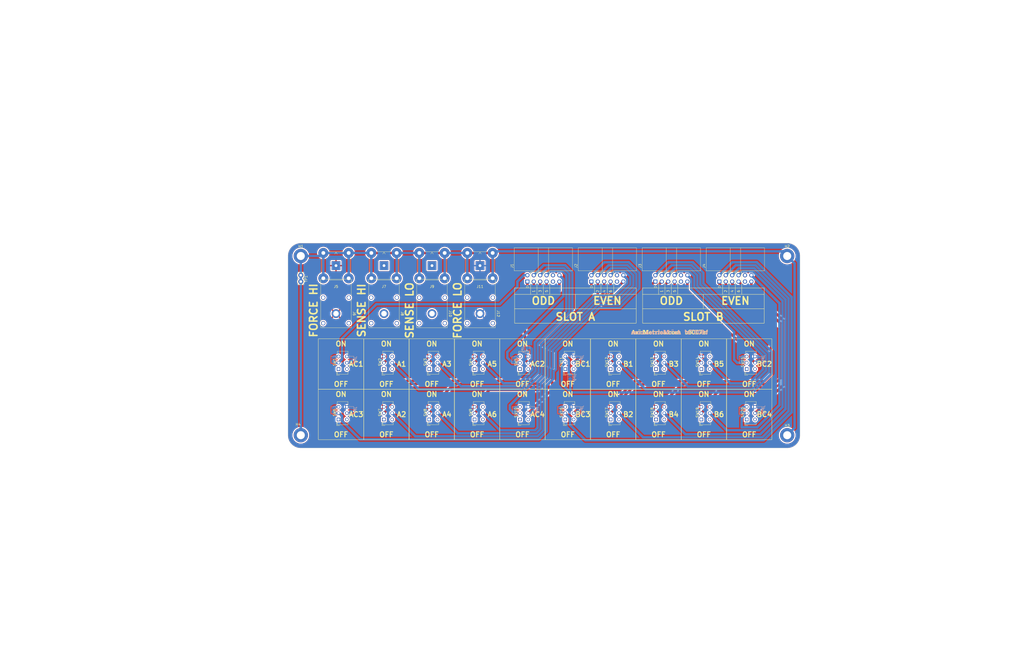
<source format=kicad_pcb>
(kicad_pcb (version 20221018) (generator pcbnew)
  (layers (0 "F.Cu" signal) (1 "In1.Cu" signal) (2 "In2.Cu" signal) (31 "B.Cu" signal) (34 "B.Paste" user) (35 "F.Paste" user) (36 "B.SilkS" user "B.Silkscreen") (37 "F.SilkS" user "F.Silkscreen") (38 "B.Mask" user) (39 "F.Mask" user) (44 "Edge.Cuts" user))
  (net 0 "")
  (net 1 "/A_I_OD_T")
  (net 2 "/A_V_OD_T")
  (net 3 "/A_I_1")
  (net 4 "/A_V_1")
  (net 5 "/A_I_3")
  (net 6 "/A_V_3")
  (net 7 "/A_I_5")
  (net 8 "/A_V_5")
  (net 11 "/A_I_OD_B")
  (net 12 "/A_V_OD_B")
  (net 13 "/A_I_EV_T")
  (net 14 "/A_V_EV_T")
  (net 15 "/A_I_2")
  (net 16 "/A_V_2")
  (net 17 "/A_I_4")
  (net 18 "/A_V_4")
  (net 19 "/A_I_6")
  (net 20 "/A_V_6")
  (net 23 "/A_I_EV_B")
  (net 24 "/A_V_EV_B")
  (net 25 "/B_I_EV_T")
  (net 26 "/B_V_EV_T")
  (net 27 "/B_I_2")
  (net 28 "/B_V_2")
  (net 29 "/B_I_4")
  (net 30 "/B_V_4")
  (net 31 "/B_I_6")
  (net 32 "/B_V_6")
  (net 35 "/B_I_EV_B")
  (net 36 "/B_V_EV_B")
  (net 37 "/B_I_OD_T")
  (net 38 "/B_V_OD_T")
  (net 39 "/B_I_1")
  (net 40 "/B_V_1")
  (net 41 "/B_I_3")
  (net 42 "/B_V_3")
  (net 43 "/B_I_5")
  (net 44 "/B_V_5")
  (net 47 "/B_I_OD_B")
  (net 48 "/B_V_OD_B")
  (net 49 "/FORCE_HI")
  (net 50 "Earth_Clean")
  (net 51 "/SENSE_HI")
  (net 52 "/SENSE_LO")
  (net 53 "/FORCE_LO")
  (footprint "Button_Switch_THT:SW_CuK_JS202011CQN_DPDT_Straight" (layer "F.Cu") (at 72.23 71.71 90)
    (fp_text reference "SW6")
    (fp_text value "SW_Push_DPDT")
  )
  (footprint "Button_Switch_THT:SW_CuK_JS202011CQN_DPDT_Straight" (layer "F.Cu") (at 198.23 71.71 90)
    (fp_text reference "SW18")
    (fp_text value "SW_Push_DPDT")
  )
  (footprint "Connector_IDC:IDC-Header_2x06_P2.54mm_Horizontal" (layer "F.Cu") (at 223.38 17 90)
    (fp_text reference "J4")
    (fp_text value "Conn_02x06_Odd_Even")
  )
  (footprint "MountingHole:MountingHole_3.2mm_M3_ISO7380_Pad" (layer "F.Cu") (at 57.26 6.84)
    (fp_text reference "H1")
    (fp_text value "MountingHole_Pad")
  )
  (footprint "Connector_Coaxial:BNC_TEConnectivity_1478035_Horizontal" (layer "F.Cu") (at 90.28 10.66)
    (fp_text reference "J7")
    (fp_text value "Conn_Coaxial")
  )
  (footprint "custom:Banana_Cliff_FCR7350x_S16N-PC_Horizontal" (layer "F.Cu") (at 109.33 29.71 -90)
    (fp_text reference "J10")
    (fp_text value "Conn_01x01_Socket")
  )
  (footprint "Button_Switch_THT:SW_CuK_JS202011CQN_DPDT_Straight" (layer "F.Cu") (at 108.23 71.71 90)
    (fp_text reference "SW8")
    (fp_text value "SW_Push_DPDT")
  )
  (footprint "Button_Switch_THT:SW_CuK_JS202011CQN_DPDT_Straight" (layer "F.Cu") (at 216.23 71.71 90)
    (fp_text reference "SW19")
    (fp_text value "SW_Push_DPDT")
  )
  (footprint "Button_Switch_THT:SW_CuK_JS202011CQN_DPDT_Straight" (layer "F.Cu") (at 144.23 51.71 90)
    (fp_text reference "SW5")
    (fp_text value "SW_Push_DPDT")
  )
  (footprint "Button_Switch_THT:SW_CuK_JS202011CQN_DPDT_Straight" (layer "F.Cu") (at 108.23 51.71 90)
    (fp_text reference "SW3")
    (fp_text value "SW_Push_DPDT")
  )
  (footprint "Button_Switch_THT:SW_CuK_JS202011CQN_DPDT_Straight" (layer "F.Cu") (at 72.23 51.71 90)
    (fp_text reference "SW1")
    (fp_text value "SW_Push_DPDT")
  )
  (footprint "custom:Banana_Cliff_FCR7350x_S16N-PC_Horizontal" (layer "F.Cu") (at 71.23 29.71 -90)
    (fp_text reference "J6")
    (fp_text value "Conn_01x01_Socket")
  )
  (footprint "Connector_IDC:IDC-Header_2x06_P2.54mm_Horizontal" (layer "F.Cu") (at 147.18 17 90)
    (fp_text reference "J1")
    (fp_text value "Conn_02x06_Odd_Even")
  )
  (footprint "Button_Switch_THT:SW_CuK_JS202011CQN_DPDT_Straight" (layer "F.Cu") (at 180.23 71.71 90)
    (fp_text reference "SW17")
    (fp_text value "SW_Push_DPDT")
  )
  (footprint "Button_Switch_THT:SW_CuK_JS202011CQN_DPDT_Straight" (layer "F.Cu") (at 162.23 71.71 90)
    (fp_text reference "SW16")
    (fp_text value "SW_Push_DPDT")
  )
  (footprint "TestPoint:TestPoint_Bridge_Pitch2.54mm_Drill1.0mm" (layer "F.Cu") (at 57.26 17 90)
    (fp_text reference "TP1")
    (fp_text value "TestPoint")
  )
  (footprint "Button_Switch_THT:SW_CuK_JS202011CQN_DPDT_Straight" (layer "F.Cu") (at 180.23 51.71 90)
    (fp_text reference "SW12")
    (fp_text value "SW_Push_DPDT")
  )
  (footprint "Button_Switch_THT:SW_CuK_JS202011CQN_DPDT_Straight" (layer "F.Cu") (at 90.23 71.71 90)
    (fp_text reference "SW7")
    (fp_text value "SW_Push_DPDT")
  )
  (footprint "MountingHole:MountingHole_3.2mm_M3_ISO7380_Pad" (layer "F.Cu") (at 57.26 77.96)
    (fp_text reference "H4")
    (fp_text value "MountingHole_Pad")
  )
  (footprint "Connector_Coaxial:BNC_TEConnectivity_1478035_Horizontal" (layer "F.Cu") (at 128.38 10.66)
    (fp_text reference "J11")
    (fp_text value "Conn_Coaxial")
  )
  (footprint "MountingHole:MountingHole_3.2mm_M3_ISO7380_Pad" (layer "F.Cu") (at 250.3 77.96)
    (fp_text reference "H3")
    (fp_text value "MountingHole_Pad")
  )
  (footprint "Button_Switch_THT:SW_CuK_JS202011CQN_DPDT_Straight" (layer "F.Cu") (at 234.23 71.71 90)
    (fp_text reference "SW20")
    (fp_text value "SW_Push_DPDT")
  )
  (footprint "Button_Switch_THT:SW_CuK_JS202011CQN_DPDT_Straight" (layer "F.Cu") (at 198.23 51.71 90)
    (fp_text reference "SW13")
    (fp_text value "SW_Push_DPDT")
  )
  (footprint "custom:site_small" (layer "F.Cu") (at 198.23 36.985)
    (fp_text reference "SYM1" hide)
    (fp_text value "Logo_Open_Hardware_Small" hide)
  )
  (footprint "Connector_IDC:IDC-Header_2x06_P2.54mm_Horizontal" (layer "F.Cu") (at 197.98 17 90)
    (fp_text reference "J3")
    (fp_text value "Conn_02x06_Odd_Even")
  )
  (footprint "custom:Banana_Cliff_FCR7350x_S16N-PC_Horizontal" (layer "F.Cu") (at 128.38 29.71 -90)
    (fp_text reference "J12")
    (fp_text value "Conn_01x01_Socket")
  )
  (footprint "Button_Switch_THT:SW_CuK_JS202011CQN_DPDT_Straight" (layer "F.Cu") (at 162.23 51.71 90)
    (fp_text reference "SW11")
    (fp_text value "SW_Push_DPDT")
  )
  (footprint "custom:Banana_Cliff_FCR7350x_S16N-PC_Horizontal" (layer "F.Cu") (at 90.28 29.71 -90)
    (fp_text reference "J8")
    (fp_text value "Conn_01x01_Socket")
  )
  (footprint "Button_Switch_THT:SW_CuK_JS202011CQN_DPDT_Straight" (layer "F.Cu") (at 216.23 51.71 90)
    (fp_text reference "SW14")
    (fp_text value "SW_Push_DPDT")
  )
  (footprint "Button_Switch_THT:SW_CuK_JS202011CQN_DPDT_Straight" (layer "F.Cu") (at 234.23 51.71 90)
    (fp_text reference "SW15")
    (fp_text value "SW_Push_DPDT")
  )
  (footprint "Button_Switch_THT:SW_CuK_JS202011CQN_DPDT_Straight" (layer "F.Cu") (at 90.23 51.71 90)
    (fp_text reference "SW2")
    (fp_text value "SW_Push_DPDT")
  )
  (footprint "MountingHole:MountingHole_3.2mm_M3_ISO7380_Pad" (layer "F.Cu") (at 250.3 6.84)
    (fp_text reference "H2")
    (fp_text value "MountingHole_Pad")
  )
  (footprint "Button_Switch_THT:SW_CuK_JS202011CQN_DPDT_Straight" (layer "F.Cu") (at 144.23 71.71 90)
    (fp_text reference "SW10")
    (fp_text value "SW_Push_DPDT")
  )
  (footprint "Connector_IDC:IDC-Header_2x06_P2.54mm_Horizontal" (layer "F.Cu") (at 172.58 17 90)
    (fp_text reference "J2")
    (fp_text value "Conn_02x06_Odd_Even")
  )
  (footprint "Connector_Coaxial:BNC_TEConnectivity_1478035_Horizontal" (layer "F.Cu") (at 71.23 10.66)
    (fp_text reference "J5")
    (fp_text value "Conn_Coaxial")
  )
  (footprint "Connector_Coaxial:BNC_TEConnectivity_1478035_Horizontal" (layer "F.Cu") (at 109.33 10.66)
    (fp_text reference "J9")
    (fp_text value "Conn_Coaxial")
  )
  (footprint "Button_Switch_THT:SW_CuK_JS202011CQN_DPDT_Straight" (layer "F.Cu") (at 126.23 51.71 90)
    (fp_text reference "SW4")
    (fp_text value "SW_Push_DPDT")
  )
  (footprint "Button_Switch_THT:SW_CuK_JS202011CQN_DPDT_Straight" (layer "F.Cu") (at 126.23 71.71 90)
    (fp_text reference "SW9")
    (fp_text value "SW_Push_DPDT")
  )
  (footprint "Jumper:SolderJumper-2_P1.3mm_Open_TrianglePad1.0x1.5mm" (layer "B.Cu") (at 167.23 67.985 90)
    (fp_text reference "JP15")
    (fp_text value "SolderJumper_2_Open")
  )
  (footprint "Jumper:SolderJumper-2_P1.3mm_Open_TrianglePad1.0x1.5mm" (layer "B.Cu") (at 142.23 67.985 90)
    (fp_text reference "JP6")
    (fp_text value "SolderJumper_2_Open")
  )
  (footprint "Jumper:SolderJumper-2_P1.3mm_Open_TrianglePad1.0x1.5mm" (layer "B.Cu") (at 164.23 54.985 90)
    (fp_text reference "JP9")
    (fp_text value "SolderJumper_2_Open")
  )
  (footprint "Jumper:SolderJumper-2_P1.3mm_Open_TrianglePad1.0x1.5mm" (layer "B.Cu") (at 147.23 43.985 -90)
    (fp_text reference "JP4")
    (fp_text value "SolderJumper_2_Open")
  )
  (footprint "Jumper:SolderJumper-2_P1.3mm_Open_TrianglePad1.0x1.5mm" (layer "B.Cu") (at 141.955 48.26 90)
    (fp_text reference "JP2")
    (fp_text value "SolderJumper_2_Open")
  )
  (footprint "Jumper:SolderJumper-2_P1.3mm_Open_TrianglePad1.0x1.5mm" (layer "B.Cu") (at 70.23 67.985 90)
    (fp_text reference "JP5")
    (fp_text value "SolderJumper_2_Open")
  )
  (footprint "Jumper:SolderJumper-2_P1.3mm_Open_TrianglePad1.0x1.5mm" (layer "B.Cu") (at 232.23 68.26 90)
    (fp_text reference "JP14")
    (fp_text value "SolderJumper_2_Open")
  )
  (footprint "Jumper:SolderJumper-2_P1.3mm_Open_TrianglePad1.0x1.5mm" (layer "B.Cu") (at 149.23 67.985 90)
    (fp_text reference "JP8")
    (fp_text value "SolderJumper_2_Open")
  )
  (footprint "custom:site_small" (layer "B.Cu") (at 198.23 36.985 180)
    (fp_text reference "SYM2" hide)
    (fp_text value "Logo_Open_Hardware_Small" hide)
  )
  (footprint "Jumper:SolderJumper-2_P1.3mm_Open_TrianglePad1.0x1.5mm" (layer "B.Cu") (at 232.23 47.985 90)
    (fp_text reference "JP10")
    (fp_text value "SolderJumper_2_Open")
  )
  (footprint "Jumper:SolderJumper-2_P1.3mm_Open_TrianglePad1.0x1.5mm" (layer "B.Cu") (at 239.23 67.985 90)
    (fp_text reference "JP16")
    (fp_text value "SolderJumper_2_Open")
  )
  (footprint "Jumper:SolderJumper-2_P1.3mm_Open_TrianglePad1.0x1.5mm" (layer "B.Cu") (at 167.23 47.985 90)
    (fp_text reference "JP11")
    (fp_text value "SolderJumper_2_Open")
  )
  (footprint "Jumper:SolderJumper-2_P1.3mm_Open_TrianglePad1.0x1.5mm" (layer "B.Cu") (at 239.23 47.985 90)
    (fp_text reference "JP12")
    (fp_text value "SolderJumper_2_Open")
  )
  (footprint "Jumper:SolderJumper-2_P1.3mm_Open_TrianglePad1.0x1.5mm" (layer "B.Cu") (at 77.23 67.985 90)
    (fp_text reference "JP7")
    (fp_text value "SolderJumper_2_Open")
  )
  (footprint "Jumper:SolderJumper-2_P1.3mm_Open_TrianglePad1.0x1.5mm" (layer "B.Cu") (at 70.23 47.985 90)
    (fp_text reference "JP1")
    (fp_text value "SolderJumper_2_Open")
  )
  (footprint "Jumper:SolderJumper-2_P1.3mm_Open_TrianglePad1.0x1.5mm" (layer "B.Cu") (at 77.23 47.985 90)
    (fp_text reference "JP3")
    (fp_text value "SolderJumper_2_Open")
  )
  (footprint "Jumper:SolderJumper-2_P1.3mm_Open_TrianglePad1.0x1.5mm" (layer "B.Cu") (at 160.23 67.985 90)
    (fp_text reference "JP13")
    (fp_text value "SolderJumper_2_Open")
  )
  (gr_line (start 232.27 13.19) (end 232.27 22.08) (stroke (width 0.15)) (layer "F.SilkS"))
  (gr_line (start 181.47 13.19) (end 181.47 22.08) (stroke (width 0.15)) (layer "F.SilkS"))
  (gr_rect (start 190.23 59.71) (end 208.23 79.71) (stroke (width 0.15)) (fill none) (layer "F.SilkS"))
  (gr_line (start 192.9 19.54) (end 241.16 19.54) (stroke (width 0.15)) (layer "F.SilkS"))
  (gr_rect (start 208.23 39.71) (end 226.23 59.71) (stroke (width 0.15)) (fill none) (layer "F.SilkS"))
  (gr_line (start 204.33 22.08) (end 204.33 13.19) (stroke (width 0.15)) (layer "F.SilkS"))
  (gr_rect (start 100.23 59.71) (end 118.23 79.71) (stroke (width 0.15)) (fill none) (layer "F.SilkS"))
  (gr_line (start 156.07 13.19) (end 153.53 13.19) (stroke (width 0.15)) (layer "F.SilkS"))
  (gr_line (start 148.45 22.08) (end 148.45 13.19) (stroke (width 0.15)) (layer "F.SilkS"))
  (gr_line (start 150.99 13.19) (end 153.53 13.19) (stroke (width 0.15)) (layer "F.SilkS"))
  (gr_rect (start 118.23 39.71) (end 136.23 59.71) (stroke (width 0.15)) (fill none) (layer "F.SilkS"))
  (gr_line (start 166.23 22.08) (end 166.23 27.795) (stroke (width 0.15)) (layer "F.SilkS"))
  (gr_rect (start 64.23 59.71) (end 82.23 79.71) (stroke (width 0.15)) (fill none) (layer "F.SilkS"))
  (gr_rect (start 154.23 39.71) (end 172.23 59.71) (stroke (width 0.15)) (fill none) (layer "F.SilkS"))
  (gr_line (start 241.16 19.54) (end 241.16 22.08) (stroke (width 0.15)) (layer "F.SilkS"))
  (gr_line (start 153.53 22.08) (end 153.53 13.19) (stroke (width 0.15)) (layer "F.SilkS"))
  (gr_rect (start 192.9 22.08) (end 241.16 33.51) (stroke (width 0.15)) (fill none) (layer "F.SilkS"))
  (gr_line (start 173.85 22.08) (end 173.85 13.19) (stroke (width 0.15)) (layer "F.SilkS"))
  (gr_rect (start 208.23 59.71) (end 226.23 79.71) (stroke (width 0.15)) (fill none) (layer "F.SilkS"))
  (gr_line (start 229.73 13.19) (end 229.73 22.08) (stroke (width 0.15)) (layer "F.SilkS"))
  (gr_rect (start 136.23 39.71) (end 154.23 59.71) (stroke (width 0.15)) (fill none) (layer "F.SilkS"))
  (gr_line (start 192.9 22.08) (end 192.9 19.54) (stroke (width 0.15)) (layer "F.SilkS"))
  (gr_line (start 176.39 13.19) (end 176.39 22.08) (stroke (width 0.15)) (layer "F.SilkS"))
  (gr_line (start 206.87 22.08) (end 206.87 13.19) (stroke (width 0.15)) (layer "F.SilkS"))
  (gr_rect (start 82.23 39.71) (end 100.23 59.71) (stroke (width 0.15)) (fill none) (layer "F.SilkS"))
  (gr_line (start 201.79 13.19) (end 204.33 13.19) (stroke (width 0.15)) (layer "F.SilkS"))
  (gr_line (start 199.25 13.19) (end 201.79 13.19) (stroke (width 0.15)) (layer "F.SilkS"))
  (gr_rect (start 136.23 59.71) (end 154.23 79.71) (stroke (width 0.15)) (fill none) (layer "F.SilkS"))
  (gr_line (start 227.19 13.19) (end 227.19 22.08) (stroke (width 0.15)) (layer "F.SilkS"))
  (gr_rect (start 226.23 39.71) (end 244.23 59.71) (stroke (width 0.15)) (fill none) (layer "F.SilkS"))
  (gr_line (start 227.19 13.19) (end 229.73 13.19) (stroke (width 0.15)) (layer "F.SilkS"))
  (gr_line (start 173.85 13.19) (end 176.39 13.19) (stroke (width 0.15)) (layer "F.SilkS"))
  (gr_rect (start 142.1 22.08) (end 190.36 33.51) (stroke (width 0.15)) (fill none) (layer "F.SilkS"))
  (gr_rect (start 172.23 59.71) (end 190.23 79.71) (stroke (width 0.15)) (fill none) (layer "F.SilkS"))
  (gr_line (start 150.99 13.19) (end 148.45 13.19) (stroke (width 0.15)) (layer "F.SilkS"))
  (gr_line (start 199.25 22.08) (end 199.25 13.19) (stroke (width 0.15)) (layer "F.SilkS"))
  (gr_line (start 232.27 13.19) (end 229.73 13.19) (stroke (width 0.15)) (layer "F.SilkS"))
  (gr_rect (start 64.23 39.71) (end 82.23 59.71) (stroke (width 0.15)) (fill none) (layer "F.SilkS"))
  (gr_rect (start 100.23 39.71) (end 118.23 59.71) (stroke (width 0.15)) (fill none) (layer "F.SilkS"))
  (gr_line (start 241.16 27.795) (end 192.9 27.795) (stroke (width 0.15)) (layer "F.SilkS"))
  (gr_line (start 190.36 27.795) (end 142.1 27.795) (stroke (width 0.15)) (layer "F.SilkS"))
  (gr_line (start 224.65 13.19) (end 227.19 13.19) (stroke (width 0.15)) (layer "F.SilkS"))
  (gr_rect (start 190.23 39.71) (end 208.23 59.71) (stroke (width 0.15)) (fill none) (layer "F.SilkS"))
  (gr_line (start 224.65 22.08) (end 224.65 13.19) (stroke (width 0.15)) (layer "F.SilkS"))
  (gr_line (start 176.39 13.19) (end 178.93 13.19) (stroke (width 0.15)) (layer "F.SilkS"))
  (gr_line (start 201.79 22.08) (end 201.79 13.19) (stroke (width 0.15)) (layer "F.SilkS"))
  (gr_line (start 142.1 22.08) (end 142.1 19.54) (stroke (width 0.15)) (layer "F.SilkS"))
  (gr_rect (start 226.23 59.71) (end 244.23 79.71) (stroke (width 0.15)) (fill none) (layer "F.SilkS"))
  (gr_line (start 190.36 19.54) (end 190.36 22.08) (stroke (width 0.15)) (layer "F.SilkS"))
  (gr_line (start 150.99 22.08) (end 150.99 13.19) (stroke (width 0.15)) (layer "F.SilkS"))
  (gr_rect (start 154.23 59.71) (end 172.23 79.71) (stroke (width 0.15)) (fill none) (layer "F.SilkS"))
  (gr_line (start 142.1 19.54) (end 190.36 19.54) (stroke (width 0.15)) (layer "F.SilkS"))
  (gr_rect (start 82.23 59.71) (end 100.23 79.71) (stroke (width 0.15)) (fill none) (layer "F.SilkS"))
  (gr_line (start 178.93 13.19) (end 178.93 22.08) (stroke (width 0.15)) (layer "F.SilkS"))
  (gr_line (start 217.03 22.08) (end 217.03 27.795) (stroke (width 0.15)) (layer "F.SilkS"))
  (gr_rect (start 172.23 39.71) (end 190.23 59.71) (stroke (width 0.15)) (fill none) (layer "F.SilkS"))
  (gr_line (start 156.07 22.08) (end 156.07 13.19) (stroke (width 0.15)) (layer "F.SilkS"))
  (gr_line (start 206.87 13.19) (end 204.33 13.19) (stroke (width 0.15)) (layer "F.SilkS"))
  (gr_rect (start 118.23 59.71) (end 136.23 79.71) (stroke (width 0.15)) (fill none) (layer "F.SilkS"))
  (gr_line (start 178.93 13.19) (end 181.47 13.19) (stroke (width 0.15)) (layer "F.SilkS"))
  (gr_line (start 255.38 6.84) (end 255.380002 77.960002) (stroke (width 0.1)) (layer "Edge.Cuts"))
  (gr_line (start 57.26 1.76) (end 250.3 1.76) (stroke (width 0.1)) (layer "Edge.Cuts"))
  (gr_line (start 52.179998 77.960002) (end 52.18 6.84) (stroke (width 0.1)) (layer "Edge.Cuts"))
  (gr_line (start 250.300002 83.040002) (end 57.259998 83.040002) (stroke (width 0.1)) (layer "Edge.Cuts"))
  (gr_arc (start 57.259998 83.040002) (mid 53.667896 81.552104) (end 52.179998 77.960002) (stroke (width 0.1)) (layer "Edge.Cuts"))
  (gr_arc (start 255.380002 77.960002) (mid 253.892104 81.552104) (end 250.300002 83.040002) (stroke (width 0.1)) (layer "Edge.Cuts"))
  (gr_arc (start 250.3 1.76) (mid 253.892102 3.247898) (end 255.38 6.84) (stroke (width 0.1)) (layer "Edge.Cuts"))
  (gr_arc (start 52.179998 6.839998) (mid 53.667896 3.247896) (end 57.259998 1.759998) (stroke (width 0.1)) (layer "Edge.Cuts"))
  (gr_text "b8007ef" (at 214.23 37.985) (layer "B.SilkS") (effects (font (size 1.5 1.5) (thickness 0.3) bold) (justify bottom mirror)))
  (gr_text "2" (at 225.92 20.81 90) (layer "F.SilkS") (effects (font (size 1 1))))
  (gr_text "OFF" (at 217.23 57.71) (layer "F.SilkS") (effects (font (size 2 2) (thickness 0.4) bold)))
  (gr_text "ON" (at 109.23 61.71) (layer "F.SilkS") (effects (font (size 2 2) (thickness 0.4) bold)))
  (gr_text "5" (at 154.8 20.81 90) (layer "F.SilkS") (effects (font (size 1 1))))
  (gr_text "ON" (at 73.23 41.71) (layer "F.SilkS") (effects (font (size 2 2) (thickness 0.4) bold)))
  (gr_text "BC3" (at 169.23 69.71) (layer "F.SilkS") (effects (font (size 2 2) (thickness 0.4) bold)))
  (gr_text "BC2" (at 241.23 49.71) (layer "F.SilkS") (effects (font (size 2 2) (thickness 0.4) bold)))
  (gr_text "OFF" (at 181.23 77.71) (layer "F.SilkS") (effects (font (size 2 2) (thickness 0.4) bold)))
  (gr_text "SLOT B" (at 217.03 30.97) (layer "F.SilkS") (effects (font (size 3 3) (thickness 0.6) bold)))
  (gr_text "ON" (at 235.23 61.71) (layer "F.SilkS") (effects (font (size 2 2) (thickness 0.4) bold)))
  (gr_text "OFF" (at 145.23 77.71) (layer "F.SilkS") (effects (font (size 2 2) (thickness 0.4) bold)))
  (gr_text "5" (at 205.6 20.81 90) (layer "F.SilkS") (effects (font (size 1 1))))
  (gr_text "ON" (at 163.23 41.71) (layer "F.SilkS") (effects (font (size 2 2) (thickness 0.4) bold)))
  (gr_text "OFF" (at 127.23 77.71) (layer "F.SilkS") (effects (font (size 2 2) (thickness 0.4) bold)))
  (gr_text "ON" (at 145.23 41.71) (layer "F.SilkS") (effects (font (size 2 2) (thickness 0.4) bold)))
  (gr_text "OFF" (at 199.23 77.71) (layer "F.SilkS") (effects (font (size 2 2) (thickness 0.4) bold)))
  (gr_text "4" (at 177.66 20.81 90) (layer "F.SilkS") (effects (font (size 1 1))))
  (gr_text "A5" (at 133.23 49.71) (layer "F.SilkS") (effects (font (size 2 2) (thickness 0.4) bold)))
  (gr_text "3" (at 152.26 20.81 90) (layer "F.SilkS") (effects (font (size 1 1))))
  (gr_text "ON" (at 181.23 61.71) (layer "F.SilkS") (effects (font (size 2 2) (thickness 0.4) bold)))
  (gr_text "B3" (at 205.23 49.71) (layer "F.SilkS") (effects (font (size 2 2) (thickness 0.4) bold)))
  (gr_text "BC1" (at 169.23 49.71) (layer "F.SilkS") (effects (font (size 2 2) (thickness 0.4) bold)))
  (gr_text "1" (at 200.52 20.81 90) (layer "F.SilkS") (effects (font (size 1 1))))
  (gr_text "B5" (at 223.23 49.71) (layer "F.SilkS") (effects (font (size 2 2) (thickness 0.4) bold)))
  (gr_text "OFF" (at 109.23 77.71) (layer "F.SilkS") (effects (font (size 2 2) (thickness 0.4) bold)))
  (gr_text "ON" (at 199.23 41.71) (layer "F.SilkS") (effects (font (size 2 2) (thickness 0.4) bold)))
  (gr_text "OFF" (at 235.23 77.71) (layer "F.SilkS") (effects (font (size 2 2) (thickness 0.4) bold)))
  (gr_text "AC4" (at 151.23 69.71) (layer "F.SilkS") (effects (font (size 2 2) (thickness 0.4) bold)))
  (gr_text "ON" (at 73.23 61.71) (layer "F.SilkS") (effects (font (size 2 2) (thickness 0.4) bold)))
  (gr_text "ON" (at 91.23 41.71) (layer "F.SilkS") (effects (font (size 2 2) (thickness 0.4) bold)))
  (gr_text "BC4" (at 241.23 69.71) (layer "F.SilkS") (effects (font (size 2 2) (thickness 0.4) bold)))
  (gr_text "ON" (at 217.23 41.71) (layer "F.SilkS") (effects (font (size 2 2) (thickness 0.4) bold)))
  (gr_text "OFF" (at 181.23 57.71) (layer "F.SilkS") (effects (font (size 2 2) (thickness 0.4) bold)))
  (gr_text "ON" (at 235.23 41.71) (layer "F.SilkS") (effects (font (size 2 2) (thickness 0.4) bold)))
  (gr_text "OFF" (at 163.23 57.71) (layer "F.SilkS") (effects (font (size 2 2) (thickness 0.4) bold)))
  (gr_text "ODD" (at 153.53 24.62) (layer "F.SilkS") (effects (font (size 3 3) (thickness 0.6) bold)))
  (gr_text "OFF" (at 109.23 57.71) (layer "F.SilkS") (effects (font (size 2 2) (thickness 0.4) bold)))
  (gr_text "ON" (at 127.23 61.71) (layer "F.SilkS") (effects (font (size 2 2) (thickness 0.4) bold)))
  (gr_text "OFF" (at 91.23 57.71) (layer "F.SilkS") (effects (font (size 2 2) (thickness 0.4) bold)))
  (gr_text "SENSE LO" (at 100.44 28.44 90) (layer "F.SilkS") (effects (font (size 3 3) (thickness 0.6) bold)))
  (gr_text "b8007ef" (at 214.23 37.985) (layer "F.SilkS") (effects (font (size 1.5 1.5) (thickness 0.3) bold) (justify bottom)))
  (gr_text "SLOT A" (at 166.23 30.97) (layer "F.SilkS") (effects (font (size 3 3) (thickness 0.6) bold)))
  (gr_text "OFF" (at 235.23 57.71) (layer "F.SilkS") (effects (font (size 2 2) (thickness 0.4) bold)))
  (gr_text "OFF" (at 73.23 57.71) (layer "F.SilkS") (effects (font (size 2 2) (thickness 0.4) bold)))
  (gr_text "1" (at 149.72 20.81 90) (layer "F.SilkS") (effects (font (size 1 1))))
  (gr_text "OFF" (at 127.23 57.71) (layer "F.SilkS") (effects (font (size 2 2) (thickness 0.4) bold)))
  (gr_text "FORCE LO" (at 119.49 28.44 90) (layer "F.SilkS") (effects (font (size 3 3) (thickness 0.6) bold)))
  (gr_text "SENSE HI" (at 81.39 28.44 90) (layer "F.SilkS") (effects (font (size 3 3) (thickness 0.6) bold)))
  (gr_text "ODD" (at 204.33 24.62) (layer "F.SilkS") (effects (font (size 3 3) (thickness 0.6) bold)))
  (gr_text "A3" (at 115.23 49.71) (layer "F.SilkS") (effects (font (size 2 2) (thickness 0.4) bold)))
  (gr_text "A6" (at 133.23 69.71) (layer "F.SilkS") (effects (font (size 2 2) (thickness 0.4) bold)))
  (gr_text "OFF" (at 163.23 77.71) (layer "F.SilkS") (effects (font (size 2 2) (thickness 0.4) bold)))
  (gr_text "A2" (at 97.23 69.71) (layer "F.SilkS") (effects (font (size 2 2) (thickness 0.4) bold)))
  (gr_text "A1" (at 97.23 49.71) (layer "F.SilkS") (effects (font (size 2 2) (thickness 0.4) bold)))
  (gr_text "B1" (at 187.23 49.71) (layer "F.SilkS") (effects (font (size 2 2) (thickness 0.4) bold)))
  (gr_text "AC3" (at 79.23 69.71) (layer "F.SilkS") (effects (font (size 2 2) (thickness 0.4) bold)))
  (gr_text "ON" (at 91.23 61.71) (layer "F.SilkS") (effects (font (size 2 2) (thickness 0.4) bold)))
  (gr_text "EVEN" (at 229.73 24.62) (layer "F.SilkS") (effects (font (size 3 3) (thickness 0.6) bold)))
  (gr_text "EVEN" (at 178.93 24.62) (layer "F.SilkS") (effects (font (size 3 3) (thickness 0.6) bold)))
  (gr_text "ON" (at 145.23 61.71) (layer "F.SilkS") (effects (font (size 2 2) (thickness 0.4) bold)))
  (gr_text "B4" (at 205.23 69.71) (layer "F.SilkS") (effects (font (size 2 2) (thickness 0.4) bold)))
  (gr_text "6" (at 231 20.81 90) (layer "F.SilkS") (effects (font (size 1 1))))
  (gr_text "OFF" (at 217.23 77.71) (layer "F.SilkS") (effects (font (size 2 2) (thickness 0.4) bold)))
  (gr_text "ON" (at 199.23 61.71) (layer "F.SilkS") (effects (font (size 2 2) (thickness 0.4) bold)))
  (gr_text "ON" (at 109.23 41.71) (layer "F.SilkS") (effects (font (size 2 2) (thickness 0.4) bold)))
  (gr_text "OFF" (at 199.23 57.71) (layer "F.SilkS") (effects (font (size 2 2) (thickness 0.4) bold)))
  (gr_text "ON" (at 181.23 41.71) (layer "F.SilkS") (effects (font (size 2 2) (thickness 0.4) bold)))
  (gr_text "6" (at 180.2 20.81 90) (layer "F.SilkS") (effects (font (size 1 1))))
  (gr_text "AC2" (at 151.23 49.71) (layer "F.SilkS") (effects (font (size 2 2) (thickness 0.4) bold)))
  (gr_text "A4" (at 115.23 69.71) (layer "F.SilkS") (effects (font (size 2 2) (thickness 0.4) bold)))
  (gr_text "OFF" (at 73.23 77.71) (layer "F.SilkS") (effects (font (size 2 2) (thickness 0.4) bold)))
  (gr_text "B2" (at 187.23 69.71) (layer "F.SilkS") (effects (font (size 2 2) (thickness 0.4) bold)))
  (gr_text "OFF" (at 91.23 77.71) (layer "F.SilkS") (effects (font (size 2 2) (thickness 0.4) bold)))
  (gr_text "B6" (at 223.23 69.71) (layer "F.SilkS") (effects (font (size 2 2) (thickness 0.4) bold)))
  (gr_text "3" (at 203.06 20.81 90) (layer "F.SilkS") (effects (font (size 1 1))))
  (gr_text "ON" (at 127.23 41.71) (layer "F.SilkS") (effects (font (size 2 2) (thickness 0.4) bold)))
  (gr_text "AC1" (at 79.23 49.71) (layer "F.SilkS") (effects (font (size 2 2) (thickness 0.4) bold)))
  (gr_text "FORCE HI" (at 62.34 28.44 90) (layer "F.SilkS") (effects (font (size 3 3) (thickness 0.6) bold)))
  (gr_text "4" (at 228.46 20.81 90) (layer "F.SilkS") (effects (font (size 1 1))))
  (gr_text "ON" (at 217.23 61.71) (layer "F.SilkS") (effects (font (size 2 2) (thickness 0.4) bold)))
  (gr_text "2" (at 175.12 20.81 90) (layer "F.SilkS") (effects (font (size 1 1))))
  (gr_text "OFF" (at 145.23 57.71) (layer "F.SilkS") (effects (font (size 2 2) (thickness 0.4) bold)))
  (gr_text "ON" (at 163.23 61.71) (layer "F.SilkS") (effects (font (size 2 2) (thickness 0.4) bold)))
  (segment (start 87.63 39.585) (end 133.900888 39.585) (width 1) (layer "F.Cu") (net 1))
  (segment (start 147.18 26.305888) (end 147.18 17) (width 1) (layer "F.Cu") (net 1))
  (segment (start 133.900888 39.585) (end 147.18 26.305888) (width 1) (layer "F.Cu") (net 1))
  (segment (start 78.005 49.21) (end 87.63 39.585) (width 1) (layer "F.Cu") (net 1))
  (segment (start 75.53 49.21) (end 78.005 49.21) (width 1) (layer "F.Cu") (net 1))
  (segment (start 75.53 49.21) (end 76.73 49.21) (width 1) (layer "B.Cu") (net 1))
  (segment (start 76.73 49.21) (end 77.23 48.71) (width 1) (layer "B.Cu") (net 1))
  (segment (start 73.63 39.585) (end 73.63 47.81) (width 1) (layer "B.Cu") (net 2))
  (segment (start 87.23 25.985) (end 73.63 39.585) (width 1) (layer "B.Cu") (net 2))
  (segment (start 136.23 25.985) (end 87.23 25.985) (width 1) (layer "B.Cu") (net 2))
  (segment (start 73.63 47.81) (end 72.23 49.21) (width 1) (layer "B.Cu") (net 2))
  (segment (start 147.18 14.46) (end 145.755 14.46) (width 1) (layer "B.Cu") (net 2))
  (segment (start 70.73 49.21) (end 70.23 48.71) (width 1) (layer "B.Cu") (net 2))
  (segment (start 143.23 16.985) (end 143.23 18.985) (width 1) (layer "B.Cu") (net 2))
  (segment (start 143.23 18.985) (end 136.23 25.985) (width 1) (layer "B.Cu") (net 2))
  (segment (start 72.23 49.21) (end 70.73 49.21) (width 1) (layer "B.Cu") (net 2))
  (segment (start 145.755 14.46) (end 143.23 16.985) (width 1) (layer "B.Cu") (net 2))
  (segment (start 149.72 17) (end 149.72 25.462944) (width 1) (layer "F.Cu") (net 3))
  (segment (start 134.397944 40.785) (end 92.915 40.785) (width 1) (layer "F.Cu") (net 3))
  (segment (start 91.63 47.81) (end 90.23 49.21) (width 1) (layer "F.Cu") (net 3))
  (segment (start 92.915 40.785) (end 91.63 42.07) (width 1) (layer "F.Cu") (net 3))
  (segment (start 91.63 42.07) (end 91.63 47.81) (width 1) (layer "F.Cu") (net 3))
  (segment (start 149.72 25.462944) (end 134.397944 40.785) (width 1) (layer "F.Cu") (net 3))
  (segment (start 153.67 10.51) (end 162.149112 10.51) (width 1) (layer "B.Cu") (net 4))
  (segment (start 151.63 50.201168) (end 151.63 52.984011) (width 1) (layer "B.Cu") (net 4))
  (segment (start 152.53 42.079112) (end 152.53 49.301168) (width 1) (layer "B.Cu") (net 4))
  (segment (start 165.03 13.390888) (end 165.03 29.579112) (width 1) (layer "B.Cu") (net 4))
  (segment (start 152.53 49.301168) (end 151.63 50.201168) (width 1) (layer "B.Cu") (net 4))
  (segment (start 165.03 29.579112) (end 152.53 42.079112) (width 1) (layer "B.Cu") (net 4))
  (segment (start 149.72 14.46) (end 153.67 10.51) (width 1) (layer "B.Cu") (net 4))
  (segment (start 104.105 59.785) (end 93.53 49.21) (width 1) (layer "B.Cu") (net 4))
  (segment (start 162.149112 10.51) (end 165.03 13.390888) (width 1) (layer "B.Cu") (net 4))
  (segment (start 144.829011 59.785) (end 104.105 59.785) (width 1) (layer "B.Cu") (net 4))
  (segment (start 151.63 52.984011) (end 144.829011 59.785) (width 1) (layer "B.Cu") (net 4))
  (segment (start 109.63 47.81) (end 108.23 49.21) (width 1) (layer "F.Cu") (net 5))
  (segment (start 114.275101 41.985) (end 109.63 46.630101) (width 1) (layer "F.Cu") (net 5))
  (segment (start 109.63 46.630101) (end 109.63 47.81) (width 1) (layer "F.Cu") (net 5))
  (segment (start 152.26 17) (end 152.26 24.62) (width 1) (layer "F.Cu") (net 5))
  (segment (start 134.895 41.985) (end 114.275101 41.985) (width 1) (layer "F.Cu") (net 5))
  (segment (start 152.26 24.62) (end 134.895 41.985) (width 1) (layer "F.Cu") (net 5))
  (segment (start 163.83 29.082056) (end 151.33 41.582056) (width 1) (layer "B.Cu") (net 6))
  (segment (start 120.905 58.585) (end 111.53 49.21) (width 1) (layer "B.Cu") (net 6))
  (segment (start 163.83 13.887944) (end 163.83 29.082056) (width 1) (layer "B.Cu") (net 6))
  (segment (start 161.652056 11.71) (end 163.83 13.887944) (width 1) (layer "B.Cu") (net 6))
  (segment (start 151.33 41.582056) (end 151.33 48.804112) (width 1) (layer "B.Cu") (net 6))
  (segment (start 144.331955 58.585) (end 120.905 58.585) (width 1) (layer "B.Cu") (net 6))
  (segment (start 151.33 48.804112) (end 150.43 49.704112) (width 1) (layer "B.Cu") (net 6))
  (segment (start 155.01 11.71) (end 161.652056 11.71) (width 1) (layer "B.Cu") (net 6))
  (segment (start 150.43 49.704112) (end 150.43 52.486955) (width 1) (layer "B.Cu") (net 6))
  (segment (start 150.43 52.486955) (end 144.331955 58.585) (width 1) (layer "B.Cu") (net 6))
  (segment (start 152.26 14.46) (end 155.01 11.71) (width 1) (layer "B.Cu") (net 6))
  (segment (start 154.8 23.777056) (end 133.637056 44.94) (width 1) (layer "F.Cu") (net 7))
  (segment (start 154.8 17) (end 154.8 23.777056) (width 1) (layer "F.Cu") (net 7))
  (segment (start 133.637056 44.94) (end 129.320101 44.94) (width 1) (layer "F.Cu") (net 7))
  (segment (start 127.63 47.81) (end 126.23 49.21) (width 1) (layer "F.Cu") (net 7))
  (segment (start 129.320101 44.94) (end 127.63 46.630101) (width 1) (layer "F.Cu") (net 7))
  (segment (start 127.63 46.630101) (end 127.63 47.81) (width 1) (layer "F.Cu") (net 7))
  (segment (start 137.705 57.385) (end 129.53 49.21) (width 1) (layer "B.Cu") (net 8))
  (segment (start 161.155 12.91) (end 162.63 14.385) (width 1) (layer "B.Cu") (net 8))
  (segment (start 156.35 12.91) (end 161.155 12.91) (width 1) (layer "B.Cu") (net 8))
  (segment (start 162.63 14.385) (end 162.63 28.585) (width 1) (layer "B.Cu") (net 8))
  (segment (start 149.23 51.989899) (end 143.834899 57.385) (width 1) (layer "B.Cu") (net 8))
  (segment (start 150.13 41.085) (end 150.13 48.307056) (width 1) (layer "B.Cu") (net 8))
  (segment (start 162.63 28.585) (end 150.13 41.085) (width 1) (layer "B.Cu") (net 8))
  (segment (start 154.8 14.46) (end 156.35 12.91) (width 1) (layer "B.Cu") (net 8))
  (segment (start 143.834899 57.385) (end 137.705 57.385) (width 1) (layer "B.Cu") (net 8))
  (segment (start 149.23 49.207056) (end 149.23 51.989899) (width 1) (layer "B.Cu") (net 8))
  (segment (start 150.13 48.307056) (end 149.23 49.207056) (width 1) (layer "B.Cu") (net 8))
  (segment (start 159.88 20.394112) (end 146.23 34.044112) (width 1) (layer "F.Cu") (net 11))
  (segment (start 146.23 46.030101) (end 146.13 46.130101) (width 1) (layer "F.Cu") (net 11))
  (segment (start 146.23 34.044112) (end 146.23 46.030101) (width 1) (layer "F.Cu") (net 11))
  (segment (start 159.88 17) (end 159.88 20.394112) (width 1) (layer "F.Cu") (net 11))
  (segment (start 146.13 46.130101) (end 146.13 47.81) (width 1) (layer "F.Cu") (net 11))
  (segment (start 146.13 47.81) (end 147.53 49.21) (width 1) (layer "F.Cu") (net 11))
  (segment (start 148.93 43.685) (end 148.505 43.26) (width 1) (layer "B.Cu") (net 11))
  (segment (start 148.505 43.26) (end 147.23 43.26) (width 1) (layer "B.Cu") (net 11))
  (segment (start 147.53 49.21) (end 148.93 47.81) (width 1) (layer "B.Cu") (net 11))
  (segment (start 148.93 47.81) (end 148.93 43.685) (width 1) (layer "B.Cu") (net 11))
  (segment (start 161.43 16.01) (end 161.43 22.785) (width 1) (layer "B.Cu") (net 12))
  (segment (start 139.23 44.985) (end 139.23 47.19995) (width 1) (layer "B.Cu") (net 12))
  (segment (start 144.23 49.21) (end 142.18 49.21) (width 1) (layer "B.Cu") (net 12))
  (segment (start 142.18 49.21) (end 141.955 48.985) (width 1) (layer "B.Cu") (net 12))
  (segment (start 161.43 22.785) (end 139.23 44.985) (width 1) (layer "B.Cu") (net 12))
  (segment (start 139.23 47.19995) (end 141.24005 49.21) (width 1) (layer "B.Cu") (net 12))
  (segment (start 141.24005 49.21) (end 144.23 49.21) (width 1) (layer "B.Cu") (net 12))
  (segment (start 159.88 14.46) (end 161.43 16.01) (width 1) (layer "B.Cu") (net 12))
  (segment (start 91.83 56.385) (end 149.943832 56.385) (width 1) (layer "F.Cu") (net 13))
  (segment (start 149.943832 56.385) (end 152.23 54.098832) (width 1) (layer "F.Cu") (net 13))
  (segment (start 172.58 22.635) (end 172.58 17) (width 1) (layer "F.Cu") (net 13))
  (segment (start 152.23 42.985) (end 172.58 22.635) (width 1) (layer "F.Cu") (net 13))
  (segment (start 79.005 69.21) (end 91.83 56.385) (width 1) (layer "F.Cu") (net 13))
  (segment (start 152.23 54.098832) (end 152.23 42.985) (width 1) (layer "F.Cu") (net 13))
  (segment (start 75.53 69.21) (end 79.005 69.21) (width 1) (layer "F.Cu") (net 13))
  (segment (start 76.73 69.21) (end 77.23 68.71) (width 1) (layer "B.Cu") (net 13))
  (segment (start 75.53 69.21) (end 76.73 69.21) (width 1) (layer "B.Cu") (net 13))
  (segment (start 172.58 14.46) (end 177.73 9.31) (width 1) (layer "B.Cu") (net 14))
  (segment (start 80.83 79.585) (end 73.63 72.385) (width 1) (layer "B.Cu") (net 14))
  (segment (start 73.63 70.31) (end 72.53 69.21) (width 1) (layer "B.Cu") (net 14))
  (segment (start 157.63 52.686448) (end 157.63 55.469291) (width 1) (layer "B.Cu") (net 14))
  (segment (start 157.63 55.469291) (end 154.83 58.269291) (width 1) (layer "B.Cu") (net 14))
  (segment (start 154.83 58.269291) (end 154.83 76.476168) (width 1) (layer "B.Cu") (net 14))
  (segment (start 187.4132 9.31) (end 191.63 13.5268) (width 1) (layer "B.Cu") (net 14))
  (segment (start 158.53 44.564392) (end 158.53 51.786448) (width 1) (layer "B.Cu") (net 14))
  (segment (start 72.23 69.21) (end 70.73 69.21) (width 1) (layer "B.Cu") (net 14))
  (segment (start 70.73 69.21) (end 70.23 68.71) (width 1) (layer "B.Cu") (net 14))
  (segment (start 151.721168 79.585) (end 80.83 79.585) (width 1) (layer "B.Cu") (net 14))
  (segment (start 158.53 51.786448) (end 157.63 52.686448) (width 1) (layer "B.Cu") (net 14))
  (segment (start 177.73 9.31) (end 187.4132 9.31) (width 1) (layer "B.Cu") (net 14))
  (segment (start 183.875256 27.385) (end 175.709392 27.385) (width 1) (layer "B.Cu") (net 14))
  (segment (start 154.83 76.476168) (end 151.721168 79.585) (width 1) (layer "B.Cu") (net 14))
  (segment (start 191.63 13.5268) (end 191.63 19.630256) (width 1) (layer "B.Cu") (net 14))
  (segment (start 175.709392 27.385) (end 158.53 44.564392) (width 1) (layer "B.Cu") (net 14))
  (segment (start 191.63 19.630256) (end 183.875256 27.385) (width 1) (layer "B.Cu") (net 14))
  (segment (start 73.63 72.385) (end 73.63 70.31) (width 1) (layer "B.Cu") (net 14))
  (segment (start 72.53 69.21) (end 71.23 69.21) (width 1) (layer "B.Cu") (net 14))
  (segment (start 175.12 22.068832) (end 153.43 43.758832) (width 1) (layer "F.Cu") (net 15))
  (segment (start 150.440888 57.585) (end 100.675101 57.585) (width 1) (layer "F.Cu") (net 15))
  (segment (start 91.63 66.630101) (end 91.63 67.81) (width 1) (layer "F.Cu") (net 15))
  (segment (start 153.43 43.758832) (end 153.43 54.595888) (width 1) (layer "F.Cu") (net 15))
  (segment (start 100.675101 57.585) (end 91.63 66.630101) (width 1) (layer "F.Cu") (net 15))
  (segment (start 153.43 54.595888) (end 150.440888 57.585) (width 1) (layer "F.Cu") (net 15))
  (segment (start 91.63 67.81) (end 90.23 69.21) (width 1) (layer "F.Cu") (net 15))
  (segment (start 175.12 17) (end 175.12 22.068832) (width 1) (layer "F.Cu") (net 15))
  (segment (start 157.33 44.067336) (end 157.33 51.289392) (width 1) (layer "B.Cu") (net 16))
  (segment (start 153.63 75.979112) (end 151.224112 78.385) (width 1) (layer "B.Cu") (net 16))
  (segment (start 190.43 19.1332) (end 183.3782 26.185) (width 1) (layer "B.Cu") (net 16))
  (segment (start 151.224112 78.385) (end 102.705 78.385) (width 1) (layer "B.Cu") (net 16))
  (segment (start 157.33 51.289392) (end 156.43 52.189392) (width 1) (layer "B.Cu") (net 16))
  (segment (start 186.916144 10.51) (end 190.43 14.023856) (width 1) (layer "B.Cu") (net 16))
  (segment (start 156.43 52.189392) (end 156.43 54.972235) (width 1) (layer "B.Cu") (net 16))
  (segment (start 175.12 14.46) (end 175.467968 14.46) (width 1) (layer "B.Cu") (net 16))
  (segment (start 153.63 57.772235) (end 153.63 75.979112) (width 1) (layer "B.Cu") (net 16))
  (segment (start 183.3782 26.185) (end 175.212336 26.185) (width 1) (layer "B.Cu") (net 16))
  (segment (start 102.705 78.385) (end 93.53 69.21) (width 1) (layer "B.Cu") (net 16))
  (segment (start 175.212336 26.185) (end 157.33 44.067336) (width 1) (layer "B.Cu") (net 16))
  (segment (start 156.43 54.972235) (end 153.63 57.772235) (width 1) (layer "B.Cu") (net 16))
  (segment (start 175.467968 14.46) (end 179.417968 10.51) (width 1) (layer "B.Cu") (net 16))
  (segment (start 190.43 14.023856) (end 190.43 19.1332) (width 1) (layer "B.Cu") (net 16))
  (segment (start 179.417968 10.51) (end 186.916144 10.51) (width 1) (layer "B.Cu") (net 16))
  (segment (start 116.975101 58.785) (end 109.63 66.130101) (width 1) (layer "F.Cu") (net 17))
  (segment (start 109.63 67.81) (end 108.23 69.21) (width 1) (layer "F.Cu") (net 17))
  (segment (start 150.937944 58.785) (end 116.975101 58.785) (width 1) (layer "F.Cu") (net 17))
  (segment (start 154.63 55.092944) (end 150.937944 58.785) (width 1) (layer "F.Cu") (net 17))
  (segment (start 154.63 44.255888) (end 154.63 55.092944) (width 1) (layer "F.Cu") (net 17))
  (segment (start 177.66 17) (end 177.66 21.225888) (width 1) (layer "F.Cu") (net 17))
  (segment (start 177.66 21.225888) (end 154.63 44.255888) (width 1) (layer "F.Cu") (net 17))
  (segment (start 109.63 66.130101) (end 109.63 67.81) (width 1) (layer "F.Cu") (net 17))
  (segment (start 182.881144 24.985) (end 174.71528 24.985) (width 1) (layer "B.Cu") (net 18))
  (segment (start 156.13 43.57028) (end 156.13 50.792336) (width 1) (layer "B.Cu") (net 18))
  (segment (start 119.505 77.185) (end 111.53 69.21) (width 1) (layer "B.Cu") (net 18))
  (segment (start 150.727056 77.185) (end 119.505 77.185) (width 1) (layer "B.Cu") (net 18))
  (segment (start 186.419088 11.71) (end 189.23 14.520912) (width 1) (layer "B.Cu") (net 18))
  (segment (start 155.23 51.692336) (end 155.23 54.475179) (width 1) (layer "B.Cu") (net 18))
  (segment (start 152.43 75.482056) (end 150.727056 77.185) (width 1) (layer "B.Cu") (net 18))
  (segment (start 177.66 14.46) (end 180.41 11.71) (width 1) (layer "B.Cu") (net 18))
  (segment (start 189.23 14.520912) (end 189.23 18.636144) (width 1) (layer "B.Cu") (net 18))
  (segment (start 155.23 54.475179) (end 152.43 57.275179) (width 1) (layer "B.Cu") (net 18))
  (segment (start 156.13 50.792336) (end 155.23 51.692336) (width 1) (layer "B.Cu") (net 18))
  (segment (start 152.43 57.275179) (end 152.43 75.482056) (width 1) (layer "B.Cu") (net 18))
  (segment (start 174.71528 24.985) (end 156.13 43.57028) (width 1) (layer "B.Cu") (net 18))
  (segment (start 180.41 11.71) (end 186.419088 11.71) (width 1) (layer "B.Cu") (net 18))
  (segment (start 189.23 18.636144) (end 182.881144 24.985) (width 1) (layer "B.Cu") (net 18))
  (segment (start 155.83 55.59) (end 151.435 59.985) (width 1) (layer "F.Cu") (net 19))
  (segment (start 180.2 20.382944) (end 155.83 44.752944) (width 1) (layer "F.Cu") (net 19))
  (segment (start 180.2 17) (end 180.2 20.382944) (width 1) (layer "F.Cu") (net 19))
  (segment (start 155.83 44.752944) (end 155.83 55.59) (width 1) (layer "F.Cu") (net 19))
  (segment (start 127.63 64.49) (end 127.63 67.81) (width 1) (layer "F.Cu") (net 19))
  (segment (start 127.63 67.81) (end 126.23 69.21) (width 1) (layer "F.Cu") (net 19))
  (segment (start 132.135 59.985) (end 127.63 64.49) (width 1) (layer "F.Cu") (net 19))
  (segment (start 151.435 59.985) (end 132.135 59.985) (width 1) (layer "F.Cu") (net 19))
  (segment (start 154.93 50.29528) (end 154.03 51.19528) (width 1) (layer "B.Cu") (net 20))
  (segment (start 151.23 56.778123) (end 151.23 74.985) (width 1) (layer "B.Cu") (net 20))
  (segment (start 150.23 75.985) (end 136.305 75.985) (width 1) (layer "B.Cu") (net 20))
  (segment (start 154.93 43.073224) (end 154.93 50.29528) (width 1) (layer "B.Cu") (net 20))
  (segment (start 188.03 15.017968) (end 188.03 18.139088) (width 1) (layer "B.Cu") (net 20))
  (segment (start 154.03 53.978123) (end 151.23 56.778123) (width 1) (layer "B.Cu") (net 20))
  (segment (start 174.218224 23.785) (end 154.93 43.073224) (width 1) (layer "B.Cu") (net 20))
  (segment (start 182.384088 23.785) (end 174.218224 23.785) (width 1) (layer "B.Cu") (net 20))
  (segment (start 136.305 75.985) (end 129.53 69.21) (width 1) (layer "B.Cu") (net 20))
  (segment (start 151.23 74.985) (end 150.23 75.985) (width 1) (layer "B.Cu") (net 20))
  (segment (start 185.922032 12.91) (end 188.03 15.017968) (width 1) (layer "B.Cu") (net 20))
  (segment (start 180.2 14.46) (end 181.75 12.91) (width 1) (layer "B.Cu") (net 20))
  (segment (start 181.75 12.91) (end 185.922032 12.91) (width 1) (layer "B.Cu") (net 20))
  (segment (start 188.03 18.139088) (end 182.384088 23.785) (width 1) (layer "B.Cu") (net 20))
  (segment (start 154.03 51.19528) (end 154.03 53.978123) (width 1) (layer "B.Cu") (net 20))
  (segment (start 157.03 59.71) (end 147.53 69.21) (width 1) (layer "F.Cu") (net 23))
  (segment (start 157.03 45.25) (end 157.03 59.71) (width 1) (layer "F.Cu") (net 23))
  (segment (start 185.28 17) (end 157.03 45.25) (width 1) (layer "F.Cu") (net 23))
  (segment (start 148.73 69.21) (end 149.23 68.71) (width 1) (layer "B.Cu") (net 23))
  (segment (start 147.53 69.21) (end 148.73 69.21) (width 1) (layer "B.Cu") (net 23))
  (segment (start 185.28 14.46) (end 186.83 16.01) (width 1) (layer "B.Cu") (net 24))
  (segment (start 141.79005 69.21) (end 144.23 69.21) (width 1) (layer "B.Cu") (net 24))
  (segment (start 144.23 69.21) (end 142.73 69.21) (width 1) (layer "B.Cu") (net 24))
  (segment (start 140.23 66.081067) (end 140.23 67.64995) (width 1) (layer "B.Cu") (net 24))
  (segment (start 140.23 67.64995) (end 141.79005 69.21) (width 1) (layer "B.Cu") (net 24))
  (segment (start 142.73 69.21) (end 142.23 68.71) (width 1) (layer "B.Cu") (net 24))
  (segment (start 173.721168 22.585) (end 153.73 42.576168) (width 1) (layer "B.Cu") (net 24))
  (segment (start 181.887032 22.585) (end 173.721168 22.585) (width 1) (layer "B.Cu") (net 24))
  (segment (start 152.83 53.481067) (end 140.23 66.081067) (width 1) (layer "B.Cu") (net 24))
  (segment (start 153.73 42.576168) (end 153.73 49.798224) (width 1) (layer "B.Cu") (net 24))
  (segment (start 186.83 16.01) (end 186.83 17.642032) (width 1) (layer "B.Cu") (net 24))
  (segment (start 152.83 50.698224) (end 152.83 53.481067) (width 1) (layer "B.Cu") (net 24))
  (segment (start 186.83 17.642032) (end 181.887032 22.585) (width 1) (layer "B.Cu") (net 24))
  (segment (start 153.73 49.798224) (end 152.83 50.698224) (width 1) (layer "B.Cu") (net 24))
  (segment (start 223.38 17.854112) (end 243.84 38.314112) (width 1) (layer "F.Cu") (net 25))
  (segment (start 223.38 17) (end 223.38 17.854112) (width 1) (layer "F.Cu") (net 25))
  (segment (start 171.755 62.985) (end 165.53 69.21) (width 1) (layer "F.Cu") (net 25))
  (segment (start 189.635 56.58) (end 183.23 62.985) (width 1) (layer "F.Cu") (net 25))
  (segment (start 241.188832 56.58) (end 189.635 56.58) (width 1) (layer "F.Cu") (net 25))
  (segment (start 243.84 38.314112) (end 243.84 53.928832) (width 1) (layer "F.Cu") (net 25))
  (segment (start 243.84 53.928832) (end 241.188832 56.58) (width 1) (layer "F.Cu") (net 25))
  (segment (start 183.23 62.985) (end 171.755 62.985) (width 1) (layer "F.Cu") (net 25))
  (segment (start 165.53 69.21) (end 166.73 69.21) (width 1) (layer "B.Cu") (net 25))
  (segment (start 166.73 69.21) (end 167.23 68.71) (width 1) (layer "B.Cu") (net 25))
  (segment (start 164.13 73.885) (end 164.13 71.1301) (width 1) (layer "B.Cu") (net 26))
  (segment (start 170.23 79.985) (end 164.13 73.885) (width 1) (layer "B.Cu") (net 26))
  (segment (start 252.03 23.1268) (end 252.03 68.882056) (width 1) (layer "B.Cu") (net 26))
  (segment (start 164.14005 71.12005) (end 162.23 69.21) (width 1) (layer "B.Cu") (net 26))
  (segment (start 223.38 14.46) (end 228.53 9.31) (width 1) (layer "B.Cu") (net 26))
  (segment (start 238.2132 9.31) (end 252.03 23.1268) (width 1) (layer "B.Cu") (net 26))
  (segment (start 160.73 69.21) (end 160.23 68.71) (width 1) (layer "B.Cu") (net 26))
  (segment (start 162.23 69.21) (end 160.73 69.21) (width 1) (layer "B.Cu") (net 26))
  (segment (start 228.53 9.31) (end 238.2132 9.31) (width 1) (layer "B.Cu") (net 26))
  (segment (start 240.927056 79.985) (end 170.23 79.985) (width 1) (layer "B.Cu") (net 26))
  (segment (start 164.13 71.1301) (end 164.14005 71.12005) (width 1) (layer "B.Cu") (net 26))
  (segment (start 252.03 68.882056) (end 240.927056 79.985) (width 1) (layer "B.Cu") (net 26))
  (segment (start 245.04 54.425888) (end 241.685888 57.78) (width 1) (layer "F.Cu") (net 27))
  (segment (start 241.685888 57.78) (end 190.22 57.78) (width 1) (layer "F.Cu") (net 27))
  (segment (start 225.92 18.186028) (end 245.04 37.306028) (width 1) (layer "F.Cu") (net 27))
  (segment (start 245.04 37.306028) (end 245.04 54.425888) (width 1) (layer "F.Cu") (net 27))
  (segment (start 182.13 65.87) (end 182.13 67.31) (width 1) (layer "F.Cu") (net 27))
  (segment (start 182.13 67.31) (end 180.23 69.21) (width 1) (layer "F.Cu") (net 27))
  (segment (start 225.92 17) (end 225.92 18.186028) (width 1) (layer "F.Cu") (net 27))
  (segment (start 190.22 57.78) (end 182.13 65.87) (width 1) (layer "F.Cu") (net 27))
  (segment (start 193.105 78.785) (end 183.53 69.21) (width 1) (layer "B.Cu") (net 28))
  (segment (start 240.43 78.785) (end 193.105 78.785) (width 1) (layer "B.Cu") (net 28))
  (segment (start 225.92 14.46) (end 229.87 10.51) (width 1) (layer "B.Cu") (net 28))
  (segment (start 229.87 10.51) (end 237.716144 10.51) (width 1) (layer "B.Cu") (net 28))
  (segment (start 250.83 23.623856) (end 250.83 68.385) (width 1) (layer "B.Cu") (net 28))
  (segment (start 250.83 68.385) (end 240.43 78.785) (width 1) (layer "B.Cu") (net 28))
  (segment (start 237.716144 10.51) (end 250.83 23.623856) (width 1) (layer "B.Cu") (net 28))
  (segment (start 242.182944 58.98) (end 222.882944 58.98) (width 1) (layer "F.Cu") (net 29))
  (segment (start 222.882944 58.98) (end 222.877944 58.985) (width 1) (layer "F.Cu") (net 29))
  (segment (start 246.24 35.6575) (end 246.24 54.922944) (width 1) (layer "F.Cu") (net 29))
  (segment (start 200.13 66.130101) (end 200.13 67.31) (width 1) (layer "F.Cu") (net 29))
  (segment (start 200.13 67.31) (end 198.23 69.21) (width 1) (layer "F.Cu") (net 29))
  (segment (start 207.275101 58.985) (end 200.13 66.130101) (width 1) (layer "F.Cu") (net 29))
  (segment (start 246.24 54.922944) (end 242.182944 58.98) (width 1) (layer "F.Cu") (net 29))
  (segment (start 228.46 17) (end 228.46 17.8775) (width 1) (layer "F.Cu") (net 29))
  (segment (start 222.877944 58.985) (end 207.275101 58.985) (width 1) (layer "F.Cu") (net 29))
  (segment (start 228.46 17.8775) (end 246.24 35.6575) (width 1) (layer "F.Cu") (net 29))
  (segment (start 231.21 11.71) (end 237.219088 11.71) (width 1) (layer "B.Cu") (net 30))
  (segment (start 209.905 77.585) (end 201.53 69.21) (width 1) (layer "B.Cu") (net 30))
  (segment (start 249.63 67.585) (end 239.63 77.585) (width 1) (layer "B.Cu") (net 30))
  (segment (start 239.63 77.585) (end 209.905 77.585) (width 1) (layer "B.Cu") (net 30))
  (segment (start 228.46 14.46) (end 231.21 11.71) (width 1) (layer "B.Cu") (net 30))
  (segment (start 237.219088 11.71) (end 249.63 24.120912) (width 1) (layer "B.Cu") (net 30))
  (segment (start 249.63 24.120912) (end 249.63 67.585) (width 1) (layer "B.Cu") (net 30))
  (segment (start 218.13 65.43) (end 218.13 67.31) (width 1) (layer "F.Cu") (net 31))
  (segment (start 242.68 60.18) (end 223.38 60.18) (width 1) (layer "F.Cu") (net 31))
  (segment (start 247.44 33.44) (end 247.44 55.42) (width 1) (layer "F.Cu") (net 31))
  (segment (start 218.13 67.31) (end 216.23 69.21) (width 1) (layer "F.Cu") (net 31))
  (segment (start 247.44 55.42) (end 242.68 60.18) (width 1) (layer "F.Cu") (net 31))
  (segment (start 231 17) (end 247.44 33.44) (width 1) (layer "F.Cu") (net 31))
  (segment (start 223.38 60.18) (end 218.13 65.43) (width 1) (layer "F.Cu") (net 31))
  (segment (start 248.43 24.617968) (end 248.43 66.785) (width 1) (layer "B.Cu") (net 32))
  (segment (start 231 14.46) (end 232.55 12.91) (width 1) (layer "B.Cu") (net 32))
  (segment (start 239.23 75.985) (end 226.305 75.985) (width 1) (layer "B.Cu") (net 32))
  (segment (start 236.722032 12.91) (end 248.43 24.617968) (width 1) (layer "B.Cu") (net 32))
  (segment (start 232.55 12.91) (end 236.722032 12.91) (width 1) (layer "B.Cu") (net 32))
  (segment (start 226.305 75.985) (end 219.53 69.21) (width 1) (layer "B.Cu") (net 32))
  (segment (start 248.43 66.785) (end 239.23 75.985) (width 1) (layer "B.Cu") (net 32))
  (segment (start 236.08 17) (end 236.08 19.835) (width 1) (layer "F.Cu") (net 35))
  (segment (start 236.08 19.835) (end 248.64 32.395) (width 1) (layer "F.Cu") (net 35))
  (segment (start 248.64 58.1) (end 237.53 69.21) (width 1) (layer "F.Cu") (net 35))
  (segment (start 248.64 32.395) (end 248.64 58.1) (width 1) (layer "F.Cu") (net 35))
  (segment (start 237.53 69.21) (end 238.73 69.21) (width 1) (layer "B.Cu") (net 35))
  (segment (start 238.73 69.21) (end 239.23 68.71) (width 1) (layer "B.Cu") (net 35))
  (segment (start 236.08 14.46) (end 247.23 25.61) (width 1) (layer "B.Cu") (net 36))
  (segment (start 238.43 74.785) (end 232.23 74.785) (width 1) (layer "B.Cu") (net 36))
  (segment (start 232.23 71.21) (end 234.23 69.21) (width 1) (layer "B.Cu") (net 36))
  (segment (start 232.23 74.785) (end 232.23 71.21) (width 1) (layer "B.Cu") (net 36))
  (segment (start 247.23 25.61) (end 247.23 65.985) (width 1) (layer "B.Cu") (net 36))
  (segment (start 234.23 69.21) (end 232.455 69.21) (width 1) (layer "B.Cu") (net 36))
  (segment (start 247.23 65.985) (end 238.43 74.785) (width 1) (layer "B.Cu") (net 36))
  (segment (start 232.455 69.21) (end 232.23 68.985) (width 1) (layer "B.Cu") (net 36))
  (segment (start 197.74 17) (end 165.53 49.21) (width 1) (layer "F.Cu") (net 37))
  (segment (start 197.98 17) (end 197.74 17) (width 1) (layer "F.Cu") (net 37))
  (segment (start 166.03 48.71) (end 165.53 49.21) (width 1) (layer "B.Cu") (net 37))
  (segment (start 167.23 48.71) (end 166.03 48.71) (width 1) (layer "B.Cu") (net 37))
  (segment (start 160.83 57.585) (end 164.23 60.985) (width 1) (layer "B.Cu") (net 38))
  (segment (start 217.03 17.693832) (end 217.03 13.5268) (width 1) (layer "B.Cu") (net 38))
  (segment (start 244.28 44.943832) (end 217.03 17.693832) (width 1) (layer "B.Cu") (net 38))
  (segment (start 164.23 55.71) (end 164.23 60.985) (width 1) (layer "B.Cu") (net 38))
  (segment (start 236.624112 60.985) (end 244.28 53.329112) (width 1) (layer "B.Cu") (net 38))
  (segment (start 212.8132 9.31) (end 203.13 9.31) (width 1) (layer "B.Cu") (net 38))
  (segment (start 160.83 50.61) (end 160.83 57.585) (width 1) (layer "B.Cu") (net 38))
  (segment (start 203.13 9.31) (end 197.98 14.46) (width 1) (layer "B.Cu") (net 38))
  (segment (start 217.03 13.5268) (end 212.8132 9.31) (width 1) (layer "B.Cu") (net 38))
  (segment (start 244.28 53.329112) (end 244.28 44.943832) (width 1) (layer "B.Cu") (net 38))
  (segment (start 164.23 60.985) (end 236.624112 60.985) (width 1) (layer "B.Cu") (net 38))
  (segment (start 162.23 49.21) (end 160.83 50.61) (width 1) (layer "B.Cu") (net 38))
  (segment (start 197.98 19.543503) (end 197.98 27.160876) (width 1) (layer "F.Cu") (net 39))
  (segment (start 197.98 27.160876) (end 181.63 43.510876) (width 1) (layer "F.Cu") (net 39))
  (segment (start 200.52 17) (end 200.52 17.003503) (width 1) (layer "F.Cu") (net 39))
  (segment (start 181.63 43.510876) (end 181.63 47.81) (width 1) (layer "F.Cu") (net 39))
  (segment (start 200.52 17.003503) (end 197.98 19.543503) (width 1) (layer "F.Cu") (net 39))
  (segment (start 181.63 47.81) (end 180.23 49.21) (width 1) (layer "F.Cu") (net 39))
  (segment (start 204.47 10.51) (end 212.316144 10.51) (width 1) (layer "B.Cu") (net 40))
  (segment (start 243.08 45.440888) (end 243.08 52.832056) (width 1) (layer "B.Cu") (net 40))
  (segment (start 194.105 59.785) (end 183.53 49.21) (width 1) (layer "B.Cu") (net 40))
  (segment (start 212.316144 10.51) (end 215.83 14.023856) (width 1) (layer "B.Cu") (net 40))
  (segment (start 200.52 14.46) (end 204.47 10.51) (width 1) (layer "B.Cu") (net 40))
  (segment (start 215.83 18.190888) (end 243.08 45.440888) (width 1) (layer "B.Cu") (net 40))
  (segment (start 215.83 14.023856) (end 215.83 18.190888) (width 1) (layer "B.Cu") (net 40))
  (segment (start 236.127056 59.785) (end 194.105 59.785) (width 1) (layer "B.Cu") (net 40))
  (segment (start 243.08 52.832056) (end 236.127056 59.785) (width 1) (layer "B.Cu") (net 40))
  (segment (start 200.13 19.93) (end 200.13 47.31) (width 1) (layer "F.Cu") (net 41))
  (segment (start 200.13 47.31) (end 198.23 49.21) (width 1) (layer "F.Cu") (net 41))
  (segment (start 203.06 17) (end 200.13 19.93) (width 1) (layer "F.Cu") (net 41))
  (segment (start 235.63 58.585) (end 210.905 58.585) (width 1) (layer "B.Cu") (net 42))
  (segment (start 210.905 58.585) (end 201.53 49.21) (width 1) (layer "B.Cu") (net 42))
  (segment (start 211.819088 11.71) (end 214.63 14.520912) (width 1) (layer "B.Cu") (net 42))
  (segment (start 241.88 45.937944) (end 241.88 52.335) (width 1) (layer "B.Cu") (net 42))
  (segment (start 205.81 11.71) (end 211.819088 11.71) (width 1) (layer "B.Cu") (net 42))
  (segment (start 214.63 18.687944) (end 241.88 45.937944) (width 1) (layer "B.Cu") (net 42))
  (segment (start 203.06 14.46) (end 205.81 11.71) (width 1) (layer "B.Cu") (net 42))
  (segment (start 214.63 14.520912) (end 214.63 18.687944) (width 1) (layer "B.Cu") (net 42))
  (segment (start 241.88 52.335) (end 235.63 58.585) (width 1) (layer "B.Cu") (net 42))
  (segment (start 205.6 17) (end 205.6 38.58) (width 1) (layer "F.Cu") (net 43))
  (segment (start 205.6 38.58) (end 216.23 49.21) (width 1) (layer "F.Cu") (net 43))
  (segment (start 213.43 19.185) (end 240.68 46.435) (width 1) (layer "B.Cu") (net 44))
  (segment (start 227.705 57.385) (end 219.53 49.21) (width 1) (layer "B.Cu") (net 44))
  (segment (start 207.15 12.91) (end 211.322032 12.91) (width 1) (layer "B.Cu") (net 44))
  (segment (start 240.68 51.837944) (end 235.132944 57.385) (width 1) (layer "B.Cu") (net 44))
  (segment (start 240.68 46.435) (end 240.68 51.837944) (width 1) (layer "B.Cu") (net 44))
  (segment (start 235.132944 57.385) (end 227.705 57.385) (width 1) (layer "B.Cu") (net 44))
  (segment (start 213.43 15.017968) (end 213.43 19.185) (width 1) (layer "B.Cu") (net 44))
  (segment (start 211.322032 12.91) (end 213.43 15.017968) (width 1) (layer "B.Cu") (net 44))
  (segment (start 205.6 14.46) (end 207.15 12.91) (width 1) (layer "B.Cu") (net 44))
  (segment (start 210.68 17) (end 210.68 20.435) (width 1) (layer "F.Cu") (net 47))
  (segment (start 235.63 47.31) (end 237.53 49.21) (width 1) (layer "F.Cu") (net 47))
  (segment (start 210.68 20.435) (end 235.63 45.385) (width 1) (layer "F.Cu") (net 47))
  (segment (start 235.63 45.385) (end 235.63 47.31) (width 1) (layer "F.Cu") (net 47))
  (segment (start 239.23 48.71) (end 238.03 48.71) (width 1) (layer "B.Cu") (net 47))
  (segment (start 238.03 48.71) (end 237.53 49.21) (width 1) (layer "B.Cu") (net 47))
  (segment (start 212.23 19.985) (end 229.23 36.985) (width 1) (layer "B.Cu") (net 48))
  (segment (start 232.73 49.21) (end 232.23 48.71) (width 1) (layer "B.Cu") (net 48))
  (segment (start 212.23 16.01) (end 212.23 19.985) (width 1) (layer "B.Cu") (net 48))
  (segment (start 234.23 49.21) (end 232.73 49.21) (width 1) (layer "B.Cu") (net 48))
  (segment (start 229.23 36.985) (end 229.23 47.985) (width 1) (layer "B.Cu") (net 48))
  (segment (start 229.23 47.985) (end 230.455 49.21) (width 1) (layer "B.Cu") (net 48))
  (segment (start 230.455 49.21) (end 234.23 49.21) (width 1) (layer "B.Cu") (net 48))
  (segment (start 210.68 14.46) (end 212.23 16.01) (width 1) (layer "B.Cu") (net 48))
  (segment (start 114.355 5.635) (end 104.305 5.635) (width 1) (layer "F.Cu") (net 50))
  (segment (start 133.405 5.635) (end 123.355 5.635) (width 1) (layer "F.Cu") (net 50))
  (segment (start 95.305 5.635) (end 85.255 5.635) (width 1) (layer "F.Cu") (net 50))
  (segment (start 85.255 5.635) (end 85.255 15.685) (width 1) (layer "B.Cu") (net 50))
  (segment (start 114.355 5.635) (end 114.355 15.685) (width 1) (layer "B.Cu") (net 50))
  (segment (start 114.355 5.635) (end 123.355 5.635) (width 1) (layer "B.Cu") (net 50))
  (segment (start 123.355 15.685) (end 123.355 5.635) (width 1) (layer "B.Cu") (net 50))
  (segment (start 76.255 5.635) (end 85.255 5.635) (width 1) (layer "B.Cu") (net 50))
  (segment (start 57.26 6.84) (end 65 6.84) (width 1) (layer "B.Cu") (net 50))
  (segment (start 65 6.84) (end 66.205 5.635) (width 1) (layer "B.Cu") (net 50))
  (segment (start 133.405 15.685) (end 133.405 5.635) (width 1) (layer "B.Cu") (net 50))
  (segment (start 66.205 15.685) (end 66.205 5.635) (width 1) (layer "B.Cu") (net 50))
  (segment (start 250.3 6.84) (end 253.23 9.77) (width 1) (layer "B.Cu") (net 50))
  (segment (start 95.305 5.635) (end 95.305 15.685) (width 1) (layer "B.Cu") (net 50))
  (segment (start 134.055 4.985) (end 133.405 5.635) (width 1) (layer "B.Cu") (net 50))
  (segment (start 248.445 4.985) (end 134.055 4.985) (width 1) (layer "B.Cu") (net 50))
  (segment (start 95.305 5.635) (end 104.305 5.635) (width 1) (layer "B.Cu") (net 50))
  (segment (start 76.255 5.635) (end 76.255 15.685) (width 1) (layer "B.Cu") (net 50))
  (segment (start 250.3 6.84) (end 248.445 4.985) (width 1) (layer "B.Cu") (net 50))
  (segment (start 253.23 9.77) (end 253.23 75.03) (width 1) (layer "B.Cu") (net 50))
  (segment (start 253.23 75.03) (end 250.3 77.96) (width 1) (layer "B.Cu") (net 50))
  (segment (start 76.255 5.635) (end 66.205 5.635) (width 1) (layer "B.Cu") (net 50))
  (segment (start 104.305 5.635) (end 104.305 15.685) (width 1) (layer "B.Cu") (net 50))
  (segment (start 57.26 6.84) (end 57.26 77.96) (width 1) (layer "B.Cu") (net 50))
  (segment (start 234.23 66.71) (end 232.805 66.71) (width 1) (layer "B.Cu") (net 52))
  (segment (start 232.53 46.71) (end 232.23 47.01) (width 1) (layer "B.Cu") (net 52))
  (segment (start 160.53 66.71) (end 160.23 67.01) (width 1) (layer "B.Cu") (net 52))
  (segment (start 142.53 46.71) (end 141.955 47.285) (width 1) (layer "B.Cu") (net 52))
  (segment (start 234.23 46.71) (end 232.53 46.71) (width 1) (layer "B.Cu") (net 52))
  (segment (start 162.23 46.71) (end 163.63 48.11) (width 1) (layer "B.Cu") (net 52))
  (segment (start 144.23 66.71) (end 142.53 66.71) (width 1) (layer "B.Cu") (net 52))
  (segment (start 163.63 53.41) (end 164.23 54.01) (width 1) (layer "B.Cu") (net 52))
  (segment (start 232.805 66.71) (end 232.23 67.285) (width 1) (layer "B.Cu") (net 52))
  (segment (start 162.23 66.71) (end 160.53 66.71) (width 1) (layer "B.Cu") (net 52))
  (segment (start 70.53 66.71) (end 70.23 67.01) (width 1) (layer "B.Cu") (net 52))
  (segment (start 142.53 66.71) (end 142.23 67.01) (width 1) (layer "B.Cu") (net 52))
  (segment (start 163.63 48.11) (end 163.63 53.41) (width 1) (layer "B.Cu") (net 52))
  (segment (start 70.53 46.71) (end 70.23 47.01) (width 1) (layer "B.Cu") (net 52))
  (segment (start 72.23 46.71) (end 70.53 46.71) (width 1) (layer "B.Cu") (net 52))
  (segment (start 144.23 46.71) (end 142.53 46.71) (width 1) (layer "B.Cu") (net 52))
  (segment (start 72.23 66.71) (end 70.53 66.71) (width 1) (layer "B.Cu") (net 52))
  (segment (start 75.53 46.71) (end 76.93 46.71) (width 1) (layer "B.Cu") (net 53))
  (segment (start 238.93 46.71) (end 239.23 47.01) (width 1) (layer "B.Cu") (net 53))
  (segment (start 76.93 46.71) (end 77.23 47.01) (width 1) (layer "B.Cu") (net 53))
  (segment (start 165.53 66.71) (end 166.93 66.71) (width 1) (layer "B.Cu") (net 53))
  (segment (start 147.53 66.71) (end 148.93 66.71) (width 1) (layer "B.Cu") (net 53))
  (segment (start 75.53 66.71) (end 76.93 66.71) (width 1) (layer "B.Cu") (net 53))
  (segment (start 148.93 66.71) (end 149.23 67.01) (width 1) (layer "B.Cu") (net 53))
  (segment (start 165.53 46.71) (end 166.93 46.71) (width 1) (layer "B.Cu") (net 53))
  (segment (start 237.53 66.71) (end 238.93 66.71) (width 1) (layer "B.Cu") (net 53))
  (segment (start 237.53 46.71) (end 238.93 46.71) (width 1) (layer "B.Cu") (net 53))
  (segment (start 238.93 66.71) (end 239.23 67.01) (width 1) (layer "B.Cu") (net 53))
  (segment (start 166.93 46.71) (end 167.23 47.01) (width 1) (layer "B.Cu") (net 53))
  (segment (start 76.93 66.71) (end 77.23 67.01) (width 1) (layer "B.Cu") (net 53))
  (segment (start 166.93 66.71) (end 167.23 67.01) (width 1) (layer "B.Cu") (net 53))
  (zone (net 49) (net_name "/FORCE_HI") (layer "F.Cu") (connect_pads (clearance 0.5)) (min_thickness 0.25) (fill yes (thermal_gap 0.5) (thermal_bridge_width 0.5))
    (polygon (pts (xy 42.23 -16.29) (xy 148.23 -42.29) (xy 274.23 -14.29) (xy 268.23 101.71) (xy 118.23 125.71) (xy -5.77 73.71)))
  )
  (zone (net 53) (net_name "/FORCE_LO") (layer "B.Cu") (priority 3) (connect_pads (clearance 0.5)) (min_thickness 0.25) (fill yes (thermal_gap 0.5) (thermal_bridge_width 0.5))
    (polygon (pts (xy -6.24 -38.88) (xy 80.12 -94.76) (xy 323.96 -66.82) (xy 344.28 98.28) (xy 229.98 151.62) (xy 36.94 164.32) (xy -62.12 105.9)))
  )
)
</source>
